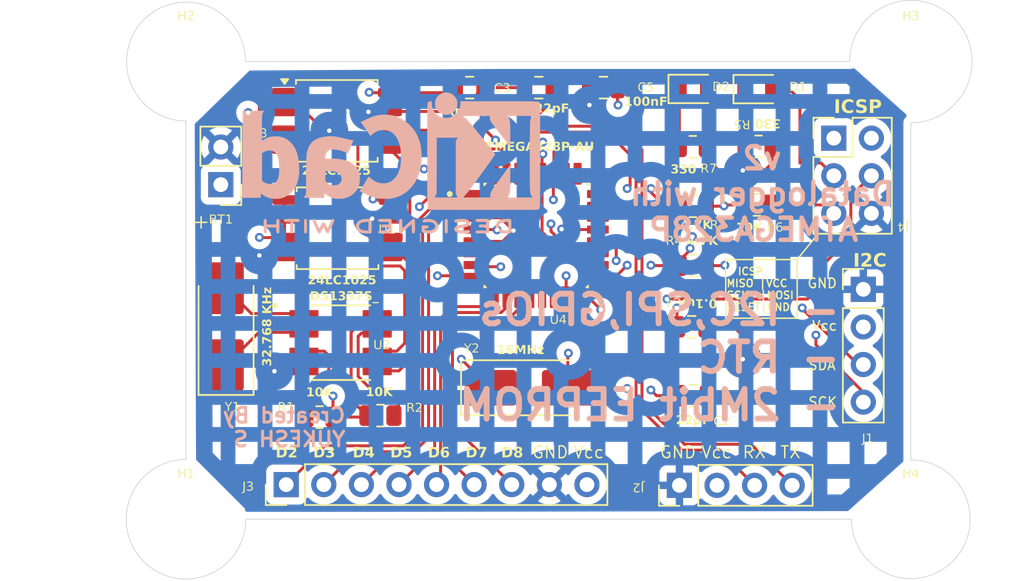
<source format=kicad_pcb>
(kicad_pcb (version 20241229) (generator "pcbnew") (generator_version "9.0")
  (title_block (title "MCU Datalogger with memory and Clock") (date "2025-12-15") (rev "2") (company "YUKESH.S  2024104010") (comment 1 "4 layer PCB version."))
  (layers (0 "F.Cu" mixed) (4 "In1.Cu" mixed) (6 "In2.Cu" mixed) (2 "B.Cu" mixed) (13 "F.Paste" user) (15 "B.Paste" user) (5 "F.SilkS" user "F.Silkscreen") (7 "B.SilkS" user "B.Silkscreen") (1 "F.Mask" user) (3 "B.Mask" user) (25 "Edge.Cuts" user))
  (net 0 "")
  (net 1 "GND")
  (net 2 "/Vcc")
  (net 3 "Net-(U4-PB6)")
  (net 4 "Net-(U4-PB7)")
  (net 5 "Net-(U4-AREF)")
  (net 6 "/SCK")
  (net 7 "Net-(D1-K)")
  (net 8 "Net-(D2-K)")
  (net 9 "/SDA")
  (net 10 "/RX")
  (net 11 "/TX")
  (net 12 "/D4")
  (net 13 "/D2")
  (net 14 "/D7")
  (net 15 "/D3")
  (net 16 "/D8")
  (net 17 "/D6")
  (net 18 "/D5")
  (net 19 "/MISO")
  (net 20 "/MOSI")
  (net 21 "/RESET")
  (net 22 "Net-(U2-~{INTA})")
  (net 23 "Net-(U2-SQW{slash}~INT)")
  (net 24 "Net-(U2-X1)")
  (net 25 "Net-(U2-X2)")
  (footprint "MountingHole:MountingHole_2.1mm" (layer "F.Cu") (at 149.984735 123.438)
    (property "Reference" "H4")
    (property "Value" "MountingHole" (hide yes))
  )
  (footprint "Connector_PinHeader_2.54mm:PinHeader_2x03_P2.54mm_Vertical" (layer "F.Cu") (at 144.78 97.6884)
    (property "Reference" "J4")
    (property "Value" "Conn_02x03_Odd_Even" (hide yes))
  )
  (footprint "Resistor_SMD:R_0805_2012Metric" (layer "F.Cu") (at 135.2539 98.2746)
    (property "Reference" "R7")
    (property "Value" "330")
  )
  (footprint "LED_SMD:LED_0805_2012Metric" (layer "F.Cu") (at 139.6875 94.375)
    (property "Reference" "D1")
    (property "Value" "LED" (hide yes))
  )
  (footprint "Resistor_SMD:R_0805_2012Metric" (layer "F.Cu") (at 139.5859 102.1982)
    (property "Reference" "R6")
    (property "Value" "10K")
  )
  (footprint "MountingHole:MountingHole_2.1mm" (layer "F.Cu") (at 149.984735 92.513)
    (property "Reference" "H3")
    (property "Value" "MountingHole" (hide yes))
  )
  (footprint "Capacitor_SMD:C_0805_2012Metric" (layer "F.Cu") (at 120.1755 94.2738)
    (property "Reference" "C1")
    (property "Value" "0.1uF")
  )
  (footprint "Capacitor_SMD:C_0805_2012Metric" (layer "F.Cu") (at 124.8491 94.2738 180)
    (property "Reference" "C3")
    (property "Value" "22pF")
  )
  (footprint "Package_SO:SOIC-8_5.3x5.3mm_P1.27mm" (layer "F.Cu") (at 111.2012 96.52)
    (property "Reference" "U3")
    (property "Value" "24LC1025")
  )
  (footprint "Resistor_SMD:R_0805_2012Metric" (layer "F.Cu") (at 135.2539 102.2878 180)
    (property "Reference" "R3")
    (property "Value" "4.7K")
  )
  (footprint "Resistor_SMD:R_0805_2012Metric" (layer "F.Cu") (at 139.7 98.2472 180)
    (property "Reference" "R5")
    (property "Value" "330")
  )
  (footprint "Connector_PinHeader_2.54mm:PinHeader_1x02_P2.54mm_Vertical" (layer "F.Cu") (at 103.3607 100.827 180)
    (property "Reference" "BT1")
    (property "Value" "Battery" (hide yes))
  )
  (footprint "Resistor_SMD:R_0805_2012Metric" (layer "F.Cu") (at 110.0309 116.5352 180)
    (property "Reference" "R1")
    (property "Value" "10K")
  )
  (footprint "LED_SMD:LED_0805_2012Metric" (layer "F.Cu") (at 135.2939 94.363)
    (property "Reference" "D2")
    (property "Value" "LED" (hide yes))
  )
  (footprint "Capacitor_SMD:C_0805_2012Metric" (layer "F.Cu") (at 135.2739 115.0894)
    (property "Reference" "C2")
    (property "Value" "22pF")
  )
  (footprint "Footprints:RT-CLOCK_SOIC127P600X175-8N" (layer "F.Cu") (at 111.4552 111.506)
    (property "Reference" "U2")
    (property "Value" "DS1337S_")
  )
  (footprint "Footprints:ATMEGA328P-AUQFP80P900X900X120-32N" (layer "F.Cu") (at 124.6692 104.263)
    (property "Reference" "U4")
    (property "Value" "ATMEGA328P-AU")
  )
  (footprint "Connector_PinHeader_2.54mm:PinHeader_1x09_P2.54mm_Vertical" (layer "F.Cu") (at 107.7803 121.0962 90)
    (property "Reference" "J3")
    (property "Value" "Conn_01x09_Pin" (hide yes))
  )
  (footprint "Crystal:Crystal_SMD_5032-2Pin_5.0x3.2mm_HandSoldering" (layer "F.Cu") (at 103.7163 110.4282 90)
    (property "Reference" "Y1")
    (property "Value" "32.768 KHz")
  )
  (footprint "Crystal:Crystal_SMD_5032-2Pin_5.0x3.2mm_HandSoldering" (layer "F.Cu") (at 124.206 114.554)
    (property "Reference" "Y2")
    (property "Value" "16MHz")
  )
  (footprint "Connector_PinHeader_2.54mm:PinHeader_1x04_P2.54mm_Vertical" (layer "F.Cu") (at 134.3487 121.147 90)
    (property "Reference" "J2")
    (property "Value" "Conn_01x04_Pin" (hide yes))
  )
  (footprint "Connector_PinHeader_2.54mm:PinHeader_1x04_P2.54mm_Vertical" (layer "F.Cu") (at 146.7739 107.903)
    (property "Reference" "J1")
    (property "Value" "Conn_01x04_Pin" (hide yes))
  )
  (footprint "Resistor_SMD:R_0805_2012Metric" (layer "F.Cu") (at 114.1457 116.4336)
    (property "Reference" "R2")
    (property "Value" "10K")
  )
  (footprint "MountingHole:MountingHole_2.1mm" (layer "F.Cu") (at 101.009735 123.438)
    (property "Reference" "H1")
    (property "Value" "MountingHole" (hide yes))
  )
  (footprint "MountingHole:MountingHole_2.1mm" (layer "F.Cu") (at 101.009735 92.513)
    (property "Reference" "H2")
    (property "Value" "MountingHole" (hide yes))
  )
  (footprint "Package_SO:SOIC-8_5.3x5.3mm_P1.27mm" (layer "F.Cu") (at 111.252 103.7734)
    (property "Reference" "U1")
    (property "Value" "24LC1025")
  )
  (footprint "Capacitor_SMD:C_0805_2012Metric" (layer "F.Cu") (at 135.1788 110.4392 180)
    (property "Reference" "C4")
    (property "Value" "0.1uF")
  )
  (footprint "Capacitor_SMD:C_0805_2012Metric" (layer "F.Cu") (at 129.2179 94.2738 180)
    (property "Reference" "C5")
    (property "Value" "100nF")
  )
  (footprint "Resistor_SMD:R_0805_2012Metric" (layer "F.Cu") (at 135.2539 106.301 180)
    (property "Reference" "R4")
    (property "Value" "4.7K")
  )
  (footprint "Symbol:KiCad-Logo2_8mm_SilkScreen" (layer "B.Cu") (at 114.8075 98.5418 180)
    (property "Reference" "REF**" (hide yes))
    (property "Value" "KiCad-Logo2_8mm_SilkScreen" (hide yes))
  )
  (gr_line (start 142.3035 105.893) (end 143.6417 104.239) (stroke (width 0.1)) (layer "F.SilkS"))
  (gr_rect (start 137.4775 105.893) (end 142.3035 109.855) (stroke (width 0.1)) (fill no) (layer "F.SilkS"))
  (gr_line (start 105.05 123.438) (end 145.975 123.438) (stroke (width 0.05)) (layer "Edge.Cuts"))
  (gr_arc (start 145.85 92.513) (mid 152.908434 89.589301) (end 149.984735 96.647735) (stroke (width 0.05)) (layer "Edge.Cuts"))
  (gr_arc (start 101.009735 96.528265) (mid 98.170514 89.673779) (end 105.025 92.513) (stroke (width 0.05)) (layer "Edge.Cuts"))
  (gr_line (start 101.009735 119.397735) (end 101.009735 96.528265) (stroke (width 0.05)) (layer "Edge.Cuts"))
  (gr_arc (start 149.984735 119.428265) (mid 152.820046 126.273311) (end 145.975 123.438) (stroke (width 0.05)) (layer "Edge.Cuts"))
  (gr_arc (start 105.05 123.438) (mid 98.152836 126.294899) (end 101.009735 119.397735) (stroke (width 0.05)) (layer "Edge.Cuts"))
  (gr_line (start 149.984735 96.647699) (end 149.984735 119.428265) (stroke (width 0.05)) (layer "Edge.Cuts"))
  (gr_line (start 105.025005 92.513) (end 145.85 92.513) (stroke (width 0.05)) (layer "Edge.Cuts"))
  (gr_text "SCK" (at 143.002 115.9 0) (layer "F.SilkS") (effects (font (size 0.65 0.65) (thickness 0.1)) (justify left bottom)))
  (gr_text "TX" (at 141.097 119.38 0) (layer "F.SilkS") (effects (font (size 0.8 0.8) (thickness 0.1)) (justify left bottom)))
  (gr_text "ICSP" (at 144.78 96.139 0) (layer "F.SilkS") (effects (font (size 0.9 0.9) (thickness 0.1)) (justify left bottom)))
  (gr_text "D5" (at 114.808 119.38 0) (layer "F.SilkS") (effects (font (size 0.7 0.7) (thickness 0.1)) (justify left bottom)))
  (gr_text "Vcc" (at 127.127 119.38 0) (layer "F.SilkS") (effects (font (size 0.8 0.8) (thickness 0.1)) (justify left bottom)))
  (gr_text "I2C" (at 146.0839 106.523 0) (layer "F.SilkS") (effects (font (size 0.9 0.9) (thickness 0.1)) (justify left bottom)))
  (gr_text "SDA" (at 143.002 113.411 0) (layer "F.SilkS") (effects (font (size 0.65 0.65) (thickness 0.1)) (justify left bottom)))
  (gr_text "  ICSP\nMISO |VCC\nSCK  |MOSI\nRESET|GND" (at 137.4775 109.398 0) (layer "F.SilkS") (effects (font (size 0.5 0.5) (thickness 0.1)) (justify left bottom)))
  (gr_text "D4" (at 112.268 119.38 0) (layer "F.SilkS") (effects (font (size 0.7 0.7) (thickness 0.1)) (justify left bottom)))
  (gr_text "GND" (at 132.9687 119.38 0) (layer "F.SilkS") (effects (font (size 0.8 0.8) (thickness 0.1)) (justify left bottom)))
  (gr_text "RX" (at 138.557 119.38 0) (layer "F.SilkS") (effects (font (size 0.8 0.8) (thickness 0.1)) (justify left bottom)))
  (gr_text "GND" (at 124.333 119.38 0) (layer "F.SilkS") (effects (font (size 0.8 0.8) (thickness 0.1)) (justify left bottom)))
  (gr_text "D8" (at 122.301 119.38 0) (layer "F.SilkS") (effects (font (size 0.7 0.7) (thickness 0.1)) (justify left bottom)))
  (gr_text "D2" (at 107.061 119.38 0) (layer "F.SilkS") (effects (font (size 0.7 0.7) (thickness 0.1)) (justify left bottom)))
  (gr_text "D7" (at 119.888 119.38 0) (layer "F.SilkS") (effects (font (size 0.7 0.7) (thickness 0.1)) (justify left bottom)))
  (gr_text "Vcc" (at 143.256 110.744 0) (layer "F.SilkS") (effects (font (size 0.65 0.65) (thickness 0.1)) (justify left bottom)))
  (gr_text "GND" (at 142.9385 107.874 0) (layer "F.SilkS") (effects (font (size 0.65 0.65) (thickness 0.1)) (justify left bottom)))
  (gr_text "D3" (at 109.601 119.38 0) (layer "F.SilkS") (effects (font (size 0.7 0.7) (thickness 0.1)) (justify left bottom)))
  (gr_text "+" (at 101.346 103.886 0) (layer "F.SilkS") (effects (font (size 1 1) (thickness 0.1)) (justify left bottom)))
  (gr_text "Vcc" (at 135.763 119.38 0) (layer "F.SilkS") (effects (font (size 0.8 0.8) (thickness 0.1)) (justify left bottom)))
  (gr_text "D6" (at 117.348 119.38 0) (layer "F.SilkS") (effects (font (size 0.7 0.7) (thickness 0.1)) (justify left bottom)))
  (gr_text "- I2C,SPI,GPIOs\n- RTC\n- 2Mbit EEPROM" (at 145.3939 116.903 0) (layer "B.SilkS") (effects (font (size 2 2) (thickness 0.4) (bold yes)) (justify left bottom mirror)))
  (gr_text "v2 \nDatalogger with \nATMEGA328P" (at 139.358836 101.4632 0) (layer "B.SilkS") (effects (font (size 1.5 1.5) (thickness 0.3) (bold yes)) (justify mirror)))
  (gr_text "Created By \nYUKESH S" (at 111.887 118.618 0) (layer "B.SilkS") (effects (font (size 1 1) (thickness 0.2) (bold yes)) (justify left bottom mirror)))
  (segment (start 108.9406 98.425) (end 107.6137 98.425) (width 0.2) (layer "F.Cu") (net 1))
  (segment (start 107.0102 113.411) (end 106.9848 113.4364) (width 0.2) (layer "F.Cu") (net 1))
  (segment (start 109.6772 97.6884) (end 108.9406 98.425) (width 0.2) (layer "F.Cu") (net 1))
  (segment (start 107.6137 95.885) (end 109.0422 95.885) (width 0.2) (layer "F.Cu") (net 1))
  (segment (start 126.4182 103.863) (end 126.3904 103.8352) (width 0.2) (layer "F.Cu") (net 1))
  (segment (start 122.2654 103.063) (end 123.1392 103.9368) (width 0.2) (layer "F.Cu") (net 1))
  (segment (start 119.5143 95.885) (end 121.1255 94.2738) (width 0.2) (layer "F.Cu") (net 1))
  (segment (start 114.8395 103.1384) (end 113.6032 103.1384) (width 0.2) (layer "F.Cu") (net 1))
  (segment (start 128.8392 103.863) (end 126.4182 103.863) (width 0.2) (layer "F.Cu") (net 1))
  (segment (start 114.7887 95.885) (end 119.5143 95.885) (width 0.2) (layer "F.Cu") (net 1))
  (segment (start 138.0236 110.4392) (end 136.1288 110.4392) (width 0.2) (layer "F.Cu") (net 1))
  (segment (start 113.3602 95.885) (end 113.3348 95.9104) (width 0.2) (layer "F.Cu") (net 1))
  (segment (start 109.0422 95.885) (end 109.6772 96.52) (width 0.2) (layer "F.Cu") (net 1))
  (segment (start 113.6032 103.1384) (end 113.5888 103.124) (width 0.2) (layer "F.Cu") (net 1))
  (segment (start 138.0978 115.0894) (end 136.2239 115.0894) (width 0.2) (layer "F.Cu") (net 1))
  (segment (start 140.6125 98.2472) (end 140.6125 99.3667) (width 0.2) (layer "F.Cu") (net 1))
  (segment (start 109.6772 97.1804) (end 109.6772 97.6884) (width 0.2) (layer "F.Cu") (net 1))
  (segment (start 128.2679 95.4511) (end 128.27 95.4532) (width 0.2) (layer "F.Cu") (net 1))
  (segment (start 114.7887 95.885) (end 113.3602 95.885) (width 0.2) (layer "F.Cu") (net 1))
  (segment (start 109.6772 97.1804) (end 110.6932 97.1804) (width 0.2) (layer "F.Cu") (net 1))
  (segment (start 106.034 105.6784) (end 105.9688 105.6132) (width 0.2) (layer "F.Cu") (net 1))
  (segment (start 138.6332 114.554) (end 138.0978 115.0894) (width 0.2) (layer "F.Cu") (net 1))
  (segment (start 138.6332 112.6236) (end 138.6332 111.0488) (width 0.2) (layer "F.Cu") (net 1))
  (segment (start 122.413 104.663) (end 123.1392 103.9368) (width 0.2) (layer "F.Cu") (net 1))
  (segment (start 108.9802 113.411) (end 107.0102 113.411) (width 0.2) (layer "F.Cu") (net 1))
  (segment (start 140.1064 99.8728) (end 138.6332 99.8728) (width 0.2) (layer "F.Cu") (net 1))
  (segment (start 109.6772 96.52) (end 109.6772 97.1804) (width 0.2) (layer "F.Cu") (net 1))
  (segment (start 128.2679 94.2738) (end 128.2679 95.4511) (width 0.2) (layer "F.Cu") (net 1))
  (segment (start 137.0076 99.8728) (end 136.1664 99.0316) (width 0.2) (layer "F.Cu") (net 1))
  (segment (start 138.6332 112.6236) (end 138.6332 114.554) (width 0.2) (layer "F.Cu") (net 1))
  (segment (start 121.1255 94.2738) (end 123.8991 94.2738) (width 0.2) (layer "F.Cu") (net 1))
  (segment (start 107.6645 105.6784) (end 106.034 105.6784) (width 0.2) (layer "F.Cu") (net 1))
  (segment (start 120.4992 103.063) (end 122.2654 103.063) (width 0.2) (layer "F.Cu") (net 1))
  (segment (start 138.6332 99.8728) (end 137.0076 99.8728) (width 0.2) (layer "F.Cu") (net 1))
  (segment (start 138.6332 111.0488) (end 138.0236 110.4392) (width 0.2) (layer "F.Cu") (net 1))
  (segment (start 136.1664 99.0316) (end 136.1664 98.2746) (width 0.2) (layer "F.Cu") (net 1))
  (segment (start 140.6125 99.3667) (end 140.1064 99.8728) (width 0.2) (layer "F.Cu") (net 1))
  (segment (start 120.4992 104.663) (end 122.413 104.663) (width 0.2) (layer "F.Cu") (net 1))
  (via (at 138.6332 99.8728) (size 0.6) (drill 0.3) (layers "F.Cu" "B.Cu") (net 1))
  (via (at 105.9688 105.6132) (size 0.6) (drill 0.3) (layers "F.Cu" "B.Cu") (net 1))
  (via (at 113.5888 103.124) (size 0.6) (drill 0.3) (layers "F.Cu" "B.Cu") (net 1))
  (via (at 128.2679 95.4511) (size 0.6) (drill 0.3) (layers "F.Cu" "B.Cu") (net 1))
  (via (at 106.9848 113.4364) (size 0.6) (drill 0.3) (layers "F.Cu" "B.Cu") (net 1))
  (via (at 126.3904 103.8352) (size 0.6) (drill 0.3) (layers "F.Cu" "B.Cu") (net 1))
  (via (at 113.3348 95.9104) (size 0.6) (drill 0.3) (layers "F.Cu" "B.Cu") (net 1))
  (via (at 138.6332 112.6236) (size 0.6) (drill 0.3) (layers "F.Cu" "B.Cu") (net 1))
  (via (at 110.6932 97.1804) (size 0.6) (drill 0.3) (layers "F.Cu" "B.Cu") (net 1))
  (via (at 123.1392 103.9368) (size 0.6) (drill 0.3) (layers "F.Cu" "B.Cu") (net 1))
  (segment (start 105.9832 104.4084) (end 105.9688 104.394) (width 0.2) (layer "F.Cu") (net 2))
  (segment (start 106.7054 97.155) (end 105.9688 96.4184) (width 0.2) (layer "F.Cu") (net 2))
  (segment (start 105.9688 95.9612) (end 105.2068 95.9612) (width 0.2) (layer "F.Cu") (net 2))
  (segment (start 106.801201 94.615) (end 107.6137 94.615) (width 0.2) (layer "F.Cu") (net 2))
  (segment (start 131.0797 93.362) (end 135.2304 93.362) (width 0.2) (layer "F.Cu") (net 2))
  (segment (start 105.9688 95.447401) (end 106.801201 94.615) (width 0.2) (layer "F.Cu") (net 2))
  (segment (start 136.1664 106.301) (end 137.3866 106.301) (width 0.2) (layer "F.Cu") (net 2))
  (segment (start 130.1679 94.2738) (end 130.1679 95.4207) (width 0.2) (layer "F.Cu") (net 2))
  (segment (start 114.7887 94.615) (end 113.411 94.615) (width 0.2) (layer "F.Cu") (net 2))
  (segment (start 110.9434 116.5352) (end 113.1316 116.5352) (width 0.2) (layer "F.Cu") (net 2))
  (segment (start 107.6137 97.155) (end 106.7054 97.155) (width 0.2) (layer "F.Cu") (net 2))
  (segment (start 137.3866 106.301) (end 137.414 106.2736) (width 0.2) (layer "F.Cu") (net 2))
  (segment (start 105.9688 95.9612) (end 105.9688 95.447401) (width 0.2) (layer "F.Cu") (net 2))
  (segment (start 110.9434 115.1166) (end 110.9472 115.1128) (width 0.2) (layer "F.Cu") (net 2))
  (segment (start 105.9688 96.4184) (end 105.9688 95.9612) (width 0.2) (layer "F.Cu") (net 2))
  (segment (start 112.1664 111.8108) (end 112.1664 110.7948) (width 0.2) (layer "F.Cu") (net 2))
  (segment (start 127.9546 106.263) (end 125.6692 103.9776) (width 0.2) (layer "F.Cu") (net 2))
  (segment (start 121.9986 103.863) (end 122.0216 103.886) (width 0.2) (layer "F.Cu") (net 2))
  (segment (start 137.4254 102.1982) (end 137.3632 102.2604) (width 0.2) (layer "F.Cu") (net 2))
  (segment (start 112.1664 110.7948) (end 113.422 109.5392) (width 0.2) (layer "F.Cu") (net 2))
  (segment (start 125.6692 103.9776) (end 125.6692 103.4796) (width 0.2) (layer "F.Cu") (net 2))
  (segment (start 128.8392 106.263) (end 127.9546 106.263) (width 0.2) (layer "F.Cu") (net 2))
  (segment (start 110.9434 116.5352) (end 110.9434 115.1166) (width 0.2) (layer "F.Cu") (net 2))
  (segment (start 135.2304 93.362) (end 136.2314 94.363) (width 0.2) (layer "F.Cu") (net 2))
  (segment (start 113.422 109.5392) (end 114.3193 109.5392) (width 0.2) (layer "F.Cu") (net 2))
  (segment (start 113.1316 116.5352) (end 113.2332 116.4336) (width 0.2) (layer "F.Cu") (net 2))
  (segment (start 113.2332 116.4336) (end 112.1664 115.3668) (width 0.2) (layer "F.Cu") (net 2))
  (segment (start 114.8395 101.8684) (end 113.7048 101.8684) (width 0.2) (layer "F.Cu") (net 2))
  (segment (start 114.7887 94.615) (end 118.8843 94.615) (width 0.2) (layer "F.Cu") (net 2))
  (segment (start 107.6645 104.4084) (end 105.9832 104.4084) (width 0.2) (layer "F.Cu") (net 2))
  (segment (start 137.3358 102.2878) (end 137.3632 102.2604) (width 0.2) (layer "F.Cu") (net 2))
  (segment (start 136.1664 102.2878) (end 137.3358 102.2878) (width 0.2) (layer "F.Cu") (net 2))
  (segment (start 112.1664 115.3668) (end 112.1664 110.7948) (width 0.2) (layer "F.Cu") (net 2))
  (segment (start 130.1679 94.2738) (end 131.0797 93.362) (width 0.2) (layer "F.Cu") (net 2))
  (segment (start 113.411 94.615) (end 113.3856 94.5896) (width 0.2) (layer "F.Cu") (net 2))
  (segment (start 130.1679 95.4207) (end 130.2004 95.4532) (width 0.2) (layer "F.Cu") (net 2))
  (segment (start 120.4992 103.863) (end 121.9986 103.863) (width 0.2) (layer "F.Cu") (net 2))
  (segment (start 113.7048 101.8684) (end 113.6396 101.8032) (width 0.2) (layer "F.Cu") (net 2))
  (segment (start 138.6734 102.1982) (end 137.4254 102.1982) (width 0.2) (layer "F.Cu") (net 2))
  (segment (start 107.6645 101.8684) (end 107.6645 104.4084) (width 0.2) (layer "F.Cu") (net 2))
  (segment (start 118.8843 94.615) (end 119.2255 94.2738) (width 0.2) (layer "F.Cu") (net 2))
  (via (at 105.9688 104.394) (size 0.6) (drill 0.3) (layers "F.Cu" "B.Cu") (net 2))
  (via (at 130.2004 95.4532) (size 0.6) (drill 0.3) (layers "F.Cu" "B.Cu") (net 2))
  (via (at 113.3856 94.5896) (size 0.6) (drill 0.3) (layers "F.Cu" "B.Cu") (net 2))
  (via (at 110.9472 115.1128) (size 0.6) (drill 0.3) (layers "F.Cu" "B.Cu") (net 2))
  (via (at 137.414 106.2736) (size 0.6) (drill 0.3) (layers "F.Cu" "B.Cu") (net 2))
  (via (at 122.0216 103.886) (size 0.6) (drill 0.3) (layers "F.Cu" "B.Cu") (net 2))
  (via (at 113.6396 101.8032) (size 0.6) (drill 0.3) (layers "F.Cu" "B.Cu") (net 2))
  (via (at 137.3632 102.2604) (size 0.6) (drill 0.3) (layers "F.Cu" "B.Cu") (net 2))
  (via (at 125.6692 103.4796) (size 0.6) (drill 0.3) (layers "F.Cu" "B.Cu") (net 2))
  (via (at 105.2068 95.9612) (size 0.6) (drill 0.3) (layers "F.Cu" "B.Cu") (net 2))
  (segment (start 130.0988 114.554) (end 126.806 114.554) (width 0.2) (layer "F.Cu") (net 3))
  (segment (start 130.8196 114.6048) (end 130.1496 114.6048) (width 0.2) (layer "F.Cu") (net 3))
  (segment (start 120.6114 106.3752) (end 120.4992 106.263) (width 0.2) (layer "F.Cu") (net 3))
  (segment (start 130.1496 114.6048) (end 130.0988 114.554) (width 0.2) (layer "F.Cu") (net 3))
  (segment (start 132.4206 114.7064) (end 132.8036 115.0894) (width 0.2) (layer "F.Cu") (net 3))
  (segment (start 126.806 112.2588) (end 126.8476 112.2172) (width 0.2) (layer "F.Cu") (net 3))
  (segment (start 122.2756 106.3752) (end 120.6114 106.3752) (width 0.2) (layer "F.Cu") (net 3))
  (segment (start 126.806 114.554) (end 126.806 112.2588) (width 0.2) (layer "F.Cu") (net 3))
  (segment (start 132.8036 115.0894) (end 134.3239 115.0894) (width 0.2) (layer "F.Cu") (net 3))
  (via (at 122.2756 106.3752) (size 0.6) (drill 0.3) (layers "F.Cu" "B.Cu") (net 3))
  (via (at 130.8196 114.6048) (size 0.6) (drill 0.3) (layers "F.Cu" "B.Cu") (net 3))
  (via (at 126.8476 112.2172) (size 0.6) (drill 0.3) (layers "F.Cu" "B.Cu") (net 3))
  (via (at 132.4206 114.7064) (size 0.6) (drill 0.3) (layers "F.Cu" "B.Cu") (net 3))
  (segment (start 119.686 106.9848) (end 119.7642 107.063) (width 0.2) (layer "F.Cu") (net 4))
  (segment (start 122.5031 98.4178) (end 120.681073 98.4178) (width 0.2) (layer "F.Cu") (net 4))
  (segment (start 119.7642 107.063) (end 120.4992 107.063) (width 0.2) (layer "F.Cu") (net 4))
  (segment (start 125.7991 95.1218) (end 122.5031 98.4178) (width 0.2) (layer "F.Cu") (net 4))
  (segment (start 125.7991 94.2738) (end 125.7991 95.1218) (width 0.2) (layer "F.Cu") (net 4))
  (segment (start 119.6136 112.6236) (end 121.544 114.554) (width 0.2) (layer "F.Cu") (net 4))
  (segment (start 120.681073 98.4178) (end 116.7796 102.319273) (width 0.2) (layer "F.Cu") (net 4))
  (segment (start 121.544 114.554) (end 121.606 114.554) (width 0.2) (layer "F.Cu") (net 4))
  (segment (start 117.9988 106.9848) (end 119.686 106.9848) (width 0.2) (layer "F.Cu") (net 4))
  (via (at 116.7796 102.319273) (size 0.6) (drill 0.3) (layers "F.Cu" "B.Cu") (net 4))
  (via (at 119.6136 112.6236) (size 0.6) (drill 0.3) (layers "F.Cu" "B.Cu") (net 4))
  (via (at 117.9988 106.9848) (size 0.6) (drill 0.3) (layers "F.Cu" "B.Cu") (net 4))
  (segment (start 130.07945 105.16825) (end 130.07945 105.969985) (width 0.2) (layer "F.Cu") (net 5))
  (segment (start 128.8392 104.663) (end 129.5742 104.663) (width 0.2) (layer "F.Cu") (net 5))
  (segment (start 134.183729 110.510929) (end 134.2136 110.5408) (width 0.2) (layer "F.Cu") (net 5))
  (segment (start 129.5742 104.663) (end 130.07945 105.16825) (width 0.2) (layer "F.Cu") (net 5))
  (segment (start 134.183729 109.1596) (end 134.183729 110.510929) (width 0.2) (layer "F.Cu") (net 5))
  (via (at 130.07945 105.969985) (size 0.6) (drill 0.3) (layers "F.Cu" "B.Cu") (net 5))
  (via (at 134.183729 109.1596) (size 0.6) (drill 0.3) (layers "F.Cu" "B.Cu") (net 5))
  (segment (start 112.6236 103.5812) (end 113.4508 104.4084) (width 0.2) (layer "F.Cu") (net 6))
  (segment (start 113.4508 104.4084) (end 114.8395 104.4084) (width 0.2) (layer "F.Cu") (net 6))
  (segment (start 130.8196 106.2736) (end 130.0302 107.063) (width 0.2) (layer "F.Cu") (net 6))
  (segment (start 142.494 99.3648) (end 143.9164 99.3648) (width 0.2) (layer "F.Cu") (net 6))
  (segment (start 135.072706 105.127667) (end 135.072706 105.24511) (width 0.2) (layer "F.Cu") (net 6))
  (segment (start 125.0692 98.8064) (end 125.1204 98.7552) (width 0.2) (layer "F.Cu") (net 6))
  (segment (start 125.0692 100.093) (end 125.0692 98.8064) (width 0.2) (layer "F.Cu") (net 6))
  (segment (start 121.92 97.8178) (end 121.2572 97.155) (width 0.2) (layer "F.Cu") (net 6))
  (segment (start 115.7894 106.6454) (end 115.4684 106.3244) (width 0.2) (layer "F.Cu") (net 6))
  (segment (start 134.3414 105.976416) (end 134.3414 106.301) (width 0.2) (layer "F.Cu") (net 6))
  (segment (start 135.072706 105.24511) (end 134.3414 105.976416) (width 0.2) (layer "F.Cu") (net 6))
  (segment (start 113.726 104.8004) (end 114.118 104.4084) (width 0.2) (layer "F.Cu") (net 6))
  (segment (start 114.3193 112.0792) (end 115.2508 112.0792) (width 0.2) (layer "F.Cu") (net 6))
  (segment (start 121.2572 97.155) (end 114.7887 97.155) (width 0.2) (layer "F.Cu") (net 6))
  (segment (start 125.0692 100.093) (end 125.0692 104.028) (width 0.2) (layer "F.Cu") (net 6))
  (segment (start 114.118 104.4084) (end 114.8395 104.4084) (width 0.2) (layer "F.Cu") (net 6))
  (segment (start 113.6142 97.155) (end 112.6236 98.1456) (width 0.2) (layer "F.Cu") (net 6))
  (segment (start 140.625 94.375) (end 141.7714 94.375) (width 0.2) (layer "F.Cu") (net 6))
  (segment (start 132.4206 106.2736) (end 132.448 106.301) (width 0.2) (layer "F.Cu") (net 6))
  (segment (start 143.9164 99.3648) (end 144.78 100.2284) (width 0.2) (layer "F.Cu") (net 6))
  (segment (start 112.6236 98.1456) (end 112.6236 103.5812) (width 0.2) (layer "F.Cu") (net 6))
  (segment (start 114.01301 106.3244) (end 113.726 106.03739) (width 0.2) (layer "F.Cu") (net 6))
  (segment (start 125.0692 104.028) (end 128.1042 107.063) (width 0.2) (layer "F.Cu") (net 6))
  (segment (start 142.494 95.0976) (end 142.494 99.3648) (width 0.2) (layer "F.Cu") (net 6))
  (segment (start 143.572592 110.994721) (end 143.572592 111.653166) (width 0.2) (layer "F.Cu") (net 6))
  (segment (start 115.7894 111.5406) (end 115.7894 106.6454) (width 0.2) (layer "F.Cu") (net 6))
  (segment (start 134.3414 106.301) (end 132.448 106.301) (width 0.2) (layer "F.Cu") (net 6))
  (segment (start 115.2508 112.0792) (end 115.7894 111.5406) (width 0.2) (layer "F.Cu") (net 6))
  (segment (start 141.7714 94.375) (end 142.494 95.0976) (width 0.2) (layer "F.Cu") (net 6))
  (segment (start 146.7739 114.854474) (end 146.7739 115.523) (width 0.2) (layer "F.Cu") (net 6))
  (segment (start 114.7887 97.155) (end 113.6142 97.155) (width 0.2) (layer "F.Cu") (net 6))
  (segment (start 130.0302 107.063) (end 128.8392 107.063) (width 0.2) (layer "F.Cu") (net 6))
  (segment (start 115.4684 106.3244) (end 114.01301 106.3244) (width 0.2) (layer "F.Cu") (net 6))
  (segment (start 128.1042 107.063) (end 128.8392 107.063) (width 0.2) (layer "F.Cu") (net 6))
  (segment (start 113.726 106.03739) (end 113.726 104.8004) (width 0.2) (layer "F.Cu") (net 6))
  (segment (start 143.572592 111.653166) (end 146.7739 114.854474) (width 0.2) (layer "F.Cu") (net 6))
  (via (at 143.572592 110.994721) (size 0.6) (drill 0.3) (layers "F.Cu" "B.Cu") (net 6))
  (via (at 132.4206 106.2736) (size 0.6) (drill 0.3) (layers "F.Cu" "B.Cu") (net 6))
  (via (at 135.072706 105.127667) (size 0.6) (drill 0.3) (layers "F.Cu" "B.Cu") (net 6))
  (via (at 125.1204 98.7552) (size 0.6) (drill 0.3) (layers "F.Cu" "B.Cu") (net 6))
  (via (at 121.92 97.8178) (size 0.6) (drill 0.3) (layers "F.Cu" "B.Cu") (net 6))
  (via (at 130.8196 106.2736) (size 0.6) (drill 0.3) (layers "F.Cu" "B.Cu") (net 6))
  (segment (start 138.7875 98.2472) (end 138.7875 94.4125) (width 0.2) (layer "F.Cu") (net 7))
  (segment (start 138.7875 94.4125) (end 138.75 94.375) (width 0.2) (layer "F.Cu") (net 7))
  (segment (start 134.3414 98.2746) (end 134.3414 94.378) (width 0.2) (layer "F.Cu") (net 8))
  (segment (start 134.3414 94.378) (end 134.3564 94.363) (width 0.2) (layer "F.Cu") (net 8))
  (segment (start 125.8316 100.1306) (end 125.8692 100.093) (width 0.2) (layer "F.Cu") (net 9))
  (segment (start 132.3698 101.1428) (end 132.4206 101.092) (width 0.2) (layer "F.Cu") (net 9))
  (segment (start 132.2216 101.1428) (end 132.3698 101.1428) (width 0.2) (layer "F.Cu") (net 9))
  (segment (start 116.1288 99.7651) (end 117.0879 99.7651) (width 0.2) (layer "F.Cu") (net 9))
  (segment (start 135.2296 104.3432) (end 135.2296 104.2924) (width 0.2) (layer "F.Cu") (net 9))
  (segment (start 135.2296 104.2924) (end 134.3414 103.4042) (width 0.2) (layer "F.Cu") (net 9))
  (segment (start 125.8692 98.616) (end 125.8692 100.093) (width 0.2) (layer "F.Cu") (net 9))
  (segment (start 142.6464 109.1596) (end 142.6464 109.22) (width 0.2) (layer "F.Cu") (net 9))
  (segment (start 125.8316 101.854) (end 125.8316 100.1306) (width 0.2) (layer "F.Cu") (net 9))
  (segment (start 134.3414 102.2878) (end 133.3666 102.2878) (width 0.2) (layer "F.Cu") (net 9))
  (segment (start 126.8022 97.683) (end 125.8692 98.616) (width 0.2) (layer "F.Cu") (net 9))
  (segment (start 114.8395 105.6784) (end 115.651999 105.6784) (width 0.2) (layer "F.Cu") (net 9))
  (segment (start 116.1288 99.7651) (end 114.7887 98.425) (width 0.2) (layer "F.Cu") (net 9))
  (segment (start 113.9302 113.411) (end 115.3922 113.411) (width 0.2) (layer "F.Cu") (net 9))
  (segment (start 116.1904 106.216801) (end 115.651999 105.6784) (width 0.2) (layer "F.Cu") (net 9))
  (segment (start 117.0879 99.7651) (end 117.094 99.7712) (width 0.2) (layer "F.Cu") (net 9))
  (segment (start 130.8196 101.092) (end 131.0186 100.893) (width 0.2) (layer "F.Cu") (net 9))
  (segment (start 134.3414 103.4042) (end 134.3414 102.2878) (width 0.2) (layer "F.Cu") (net 9))
  (segment (start 129.8819 97.683) (end 126.8022 97.683) (width 0.2) (layer "F.Cu") (net 9))
  (segment (start 116.1288 105.201599) (end 116.1288 99.7651) (width 0.2) (layer "F.Cu") (net 9))
  (segment (start 116.1904 112.6128) (end 116.1904 106.216801) (width 0.2) (layer "F.Cu") (net 9))
  (segment (start 131.0186 100.893) (end 131.0186 98.8197) (width 0.2) (layer "F.Cu") (net 9))
  (segment (start 115.3922 113.411) (end 116.1904 112.6128) (width 0.2) (layer "F.Cu") (net 9))
  (segment (start 115.651999 105.6784) (end 116.1288 105.201599) (width 0.2) (layer "F.Cu") (net 9))
  (segment (start 142.6464 109.22) (end 146.4094 112.983) (width 0.2) (layer "F.Cu") (net 9))
  (segment (start 133.3666 102.2878) (end 132.2216 101.1428) (width 0.2) (layer "F.Cu") (net 9))
  (segment (start 131.0186 98.8197) (end 129.8819 97.683) (width 0.2) (layer "F.Cu") (net 9))
  (segment (start 146.4094 112.983) (end 146.7739 112.983) (width 0.2) (layer "F.Cu") (net 9))
  (via (at 135.2296 104.3432) (size 0.6) (drill 0.3) (layers "F.Cu" "B.Cu") (net 9))
  (via (at 117.094 99.7712) (size 0.6) (drill 0.3) (layers "F.Cu" "B.Cu") (net 9))
  (via (at 142.6464 109.1596) (size 0.6) (drill 0.3) (layers "F.Cu" "B.Cu") (net 9))
  (via (at 125.8316 101.854) (size 0.6) (drill 0.3) (layers "F.Cu" "B.Cu") (net 9))
  (via (at 132.4206 101.092) (size 0.6) (drill 0.3) (layers "F.Cu" "B.Cu") (net 9))
  (via (at 130.8196 101.092) (size 0.6) (drill 0.3) (layers "F.Cu" "B.Cu") (net 9))
  (segment (start 139.4287 121.147) (end 137.0521 118.7704) (width 0.2) (layer "F.Cu") (net 10))
  (segment (start 137.0521 118.7704) (end 134.5184 118.7704) (width 0.2) (layer "F.Cu") (net 10))
  (segment (start 134.5184 118.7704) (end 131.4196 115.6716) (width 0.2) (layer "F.Cu") (net 10))
  (segment (start 124.8156 97.282) (end 123.4692 98.6284) (width 0.2) (layer "F.Cu") (net 10))
  (segment (start 123.4692 98.6284) (end 123.4692 100.093) (width 0.2) (layer "F.Cu") (net 10))
  (segment (start 131.4196 98.6536) (end 130.048 97.282) (width 0.2) (layer "F.Cu") (net 10))
  (segment (start 131.4196 115.6716) (end 131.4196 98.6536) (width 0.2) (layer "F.Cu") (net 10))
  (segment (start 130.048 97.282) (end 124.8156 97.282) (width 0.2) (layer "F.Cu") (net 10))
  (segment (start 131.8206 115.5055) (end 131.8206 98.4875) (width 0.2) (layer "F.Cu") (net 11))
  (segment (start 122.6692 98.8188) (end 122.6692 100.093) (width 0.2) (layer "F.Cu") (net 11))
  (segment (start 139.1911 118.3694) (end 134.6845 118.3694) (width 0.2) (layer "F.Cu") (net 11))
  (segment (start 134.6845 118.3694) (end 131.8206 115.5055) (width 0.2) (layer "F.Cu") (net 11))
  (segment (start 141.9687 121.147) (end 139.1911 118.3694) (width 0.2) (layer "F.Cu") (net 11))
  (segment (start 130.2141 96.881) (end 124.607 96.881) (width 0.2) (layer "F.Cu") (net 11))
  (segment (start 124.607 96.881) (end 122.6692 98.8188) (width 0.2) (layer "F.Cu") (net 11))
  (segment (start 131.8206 98.4875) (end 130.2141 96.881) (width 0.2) (layer "F.Cu") (net 11))
  (segment (start 118.8186 102.263) (end 117.3988 103.6828) (width 0.2) (layer "F.Cu") (net 12))
  (segment (start 117.3988 103.6828) (end 117.3988 117.9068) (width 0.2) (layer "F.Cu") (net 12))
  (segment (start 117.3988 117.9068) (end 116.0272 119.2784) (width 0.2) (layer "F.Cu") (net 12))
  (segment (start 114.6781 119.2784) (end 112.8603 121.0962) (width 0.2) (layer "F.Cu") (net 12))
  (segment (start 116.0272 119.2784) (end 114.6781 119.2784) (width 0.2) (layer "F.Cu") (net 12))
  (segment (start 120.5739 102.263) (end 118.8186 102.263) (width 0.2) (layer "F.Cu") (net 12))
  (segment (start 107.7803 121.0962) (end 110.4001 118.4764) (width 0.2) (layer "F.Cu") (net 13))
  (segment (start 116.5914 103.356) (end 119.8544 100.093) (width 0.2) (layer "F.Cu") (net 13))
  (segment (start 116.5914 117.58) (end 116.5914 103.356) (width 0.2) (layer "F.Cu") (net 13))
  (segment (start 119.8544 100.093) (end 121.8692 100.093) (width 0.2) (layer "F.Cu") (net 13))
  (segment (start 110.4001 118.4764) (end 115.695 118.4764) (width 0.2) (layer "F.Cu") (net 13))
  (segment (start 115.695 118.4764) (end 116.5914 117.58) (width 0.2) (layer "F.Cu") (net 13))
  (segment (start 119.3479 109.87) (end 118.6126 110.6053) (width 0.2) (layer "F.Cu") (net 14))
  (segment (start 123.5439 109.168) (end 122.8419 109.87) (width 0.2) (layer "F.Cu") (net 14))
  (segment (start 123.5439 108.433) (end 123.5439 109.168) (width 0.2) (layer "F.Cu") (net 14))
  (segment (start 118.6126 110.6053) (end 118.6126 119.2285) (width 0.2) (layer "F.Cu") (net 14))
  (segment (start 122.8419 109.87) (end 119.3479 109.87) (width 0.2) (layer "F.Cu") (net 14))
  (segment (start 118.6126 119.2285) (end 120.4803 121.0962) (width 0.2) (layer "F.Cu") (net 14))
  (segment (start 116.9924 117.7461) (end 115.8611 118.8774) (width 0.2) (layer "F.Cu") (net 15))
  (segment (start 115.8611 118.8774) (end 112.5391 118.8774) (width 0.2) (layer "F.Cu") (net 15))
  (segment (start 120.5739 101.463) (end 119.0515 101.463) (width 0.2) (layer "F.Cu") (net 15))
  (segment (start 119.0515 101.463) (end 116.9924 103.5221) (width 0.2) (layer "F.Cu") (net 15))
  (segment (start 112.5391 118.8774) (end 110.3203 121.0962) (width 0.2) (layer "F.Cu") (net 15))
  (segment (start 116.9924 103.5221) (end 116.9924 117.7461) (width 0.2) (layer "F.Cu") (net 15))
  (segment (start 124.2692 109.030312) (end 124.2692 108.433) (width 0.2) (layer "F.Cu") (net 16))
  (segment (start 123.0203 121.0962) (end 119.0136 117.0895) (width 0.2) (layer "F.Cu") (net 16))
  (segment (start 119.0136 110.7714) (end 119.514 110.271) (width 0.2) (layer "F.Cu") (net 16))
  (segment (start 119.514 110.271) (end 123.028512 110.271) (width 0.2) (layer "F.Cu") (net 16))
  (segment (start 123.028512 110.271) (end 124.2692 109.030312) (width 0.2) (layer "F.Cu") (net 16))
  (segment (start 119.0136 117.0895) (end 119.0136 110.7714) (width 0.2) (layer "F.Cu") (net 16))
  (segment (start 122.305212 109.469) (end 119.1818 109.469) (width 0.2) (layer "F.Cu") (net 17))
  (segment (start 122.7439 108.433) (end 122.7439 109.030312) (width 0.2) (layer "F.Cu") (net 17))
  (segment (start 122.7439 109.030312) (end 122.305212 109.469) (width 0.2) (layer "F.Cu") (net 17))
  (segment (start 118.2116 120.8249) (end 117.9403 121.0962) (width 0.2) (layer "F.Cu") (net 17))
  (segment (start 118.2116 110.4392) (end 118.2116 120.8249) (width 0.2) (layer "F.Cu") (net 17))
  (segment (start 119.1818 109.469) (end 118.2116 110.4392) (width 0.2) (layer "F.Cu") (net 17))
  (segment (start 121.2342 109.068) (end 119.0157 109.068) (width 0.2) (layer "F.Cu") (net 18))
  (segment (start 117.8106 110.2731) (end 117.8106 118.6859) (width 0.2) (layer "F.Cu") (net 18))
  (segment (start 121.9439 108.433) (end 121.8692 108.433) (width 0.2) (layer "F.Cu") (net 18))
  (segment (start 121.8692 108.433) (end 121.2342 109.068) (width 0.2) (layer "F.Cu") (net 18))
  (segment (start 119.0157 109.068) (end 117.8106 110.2731) (width 0.2) (layer "F.Cu") (net 18))
  (segment (start 117.8106 118.6859) (end 115.4003 121.0962) (width 0.2) (layer "F.Cu") (net 18))
  (segment (start 128.1942 108.433) (end 129.032 109.2708) (width 0.2) (layer "F.Cu") (net 19))
  (segment (start 127.4692 108.433) (end 128.1942 108.433) (width 0.2) (layer "F.Cu") (net 19))
  (via (at 129.032 109.2708) (size 0.6) (drill 0.3) (layers "F.Cu" "B.Cu") (net 19))
  (segment (start 143.002 108.5596) (end 142.9004 108.5596) (width 0.2) (layer "F.Cu") (net 20))
  (segment (start 126.6952 106.9848) (end 126.6952 108.407) (width 0.2) (layer "F.Cu") (net 20))
  (segment (start 126.6952 108.407) (end 126.6692 108.433) (width 0.2) (layer "F.Cu") (net 20))
  (segment (start 143.8656 106.426) (end 143.8656 107.696) (width 0.2) (layer "F.Cu") (net 20))
  (segment (start 147.32 100.2284) (end 145.931 101.6174) (width 0.2) (layer "F.Cu") (net 20))
  (segment (start 145.931 101.6174) (end 145.931 104.3606) (width 0.2) (layer "F.Cu") (net 20))
  (segment (start 144.1196 106.172) (end 143.8656 106.426) (width 0.2) (layer "F.Cu") (net 20))
  (segment (start 145.931 104.3606) (end 144.1196 106.172) (width 0.2) (layer "F.Cu") (net 20))
  (segment (start 142.9004 108.5596) (end 133.5024 108.5596) (width 0.2) (layer "F.Cu") (net 20))
  (segment (start 143.8656 107.696) (end 143.002 108.5596) (width 0.2) (layer "F.Cu") (net 20))
  (via (at 133.5024 108.5596) (size 0.6) (drill 0.3) (layers "F.Cu" "B.Cu") (net 20))
  (via (at 126.6952 106.9848) (size 0.6) (drill 0.3) (layers "F.Cu" "B.Cu") (net 20))
  (segment (start 144.2098 102.1982) (end 144.78 102.7684) (width 0.2) (layer "F.Cu") (net 21))
  (segment (start 140.4984 102.1982) (end 144.2098 102.1982) (width 0.2) (layer "F.Cu") (net 21))
  (segment (start 125.07046 97.955197) (end 125.1204 97.955197) (width 0.2) (layer "F.Cu") (net 21))
  (segment (start 124.2692 100.093) (end 124.2692 98.756457) (width 0.2) (layer "F.Cu") (net 21))
  (segment (start 124.2692 98.756457) (end 125.07046 97.955197) (width 0.2) (layer "F.Cu") (net 21))
  (via (at 125.1204 97.955197) (size 0.6) (drill 0.3) (layers "F.Cu" "B.Cu") (net 21))
  (segment (start 110.6553 112.3802) (end 110.3543 112.0792) (width 0.2) (layer "F.Cu") (net 22))
  (segment (start 109.1184 115.4176) (end 110.6553 113.8807) (width 0.2) (layer "F.Cu") (net 22))
  (segment (start 109.1184 116.5352) (end 109.1184 115.4176) (width 0.2) (layer "F.Cu") (net 22))
  (segment (start 110.3543 112.0792) (end 109.3693 112.0792) (width 0.2) (layer "F.Cu") (net 22))
  (segment (start 110.6553 113.8807) (end 110.6553 112.3802) (width 0.2) (layer "F.Cu") (net 22))
  (segment (start 112.6442 111.079) (end 112.6442 113.78952) (width 0.2) (layer "F.Cu") (net 23))
  (segment (start 113.9302 110.871) (end 112.8522 110.871) (width 0.2) (layer "F.Cu") (net 23))
  (segment (start 113.45948 114.6048) (end 114.3 114.6048) (width 0.2) (layer "F.Cu") (net 23))
  (segment (start 115.3668 115.6716) (end 115.3668 116.125) (width 0.2) (layer "F.Cu") (net 23))
  (segment (start 115.3668 116.125) (end 115.0582 116.4336) (width 0.2) (layer "F.Cu") (net 23))
  (segment (start 114.3 114.6048) (end 115.3668 115.6716) (width 0.2) (layer "F.Cu") (net 23))
  (segment (start 112.6442 113.78952) (end 113.45948 114.6048) (width 0.2) (layer "F.Cu") (net 23))
  (segment (start 112.8522 110.871) (end 112.6442 111.079) (width 0.2) (layer "F.Cu") (net 23))
  (segment (start 103.7163 107.8282) (end 105.4273 109.5392) (width 0.2) (layer "F.Cu") (net 24))
  (segment (start 105.4273 109.5392) (end 109.6741 109.5392) (width 0.2) (layer "F.Cu") (net 24))
  (segment (start 103.7163 113.0282) (end 105.9353 110.8092) (width 0.2) (layer "F.Cu") (net 25))
  (segment (start 105.9353 110.8092) (end 109.6741 110.8092) (width 0.2) (layer "F.Cu") (net 25))
  (zone (net 1) (net_name "GND") (layer "B.Cu") (connect_pads (clearance 0.5)) (min_thickness 0.25) (fill yes (mode hatch) (thermal_gap 0.5) (thermal_bridge_width 0.5) (hatch_thickness 1) (hatch_gap 1.5) (hatch_orientation 0) (hatch_border_algorithm hatch_thickness) (hatch_min_hole_area 0.3))
    (polygon (pts (xy 149.7076 96.1136) (xy 149.6568 119.38) (xy 145.7452 122.8852) (xy 104.97 122.95) (xy 105.0036 122.7328) (xy 101.688304 119.417504) (xy 101.6 96.7232) (xy 105.3084 93.1164) (xy 146.05 92.8624)))
  )
)
</source>
